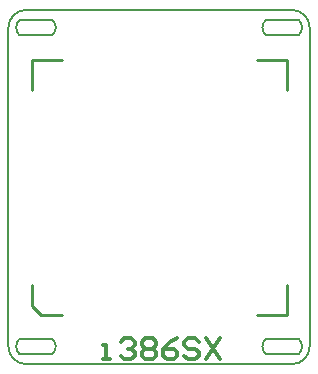
<source format=gto>
%FSLAX44Y44*%
%MOMM*%
G71*
G01*
G75*
%ADD10R,2.0000X0.2600*%
%ADD11R,0.2600X2.0000*%
%ADD12R,0.9400X1.0160*%
%ADD13R,0.9398X1.0160*%
%ADD14C,0.2000*%
%ADD15C,0.2032*%
%ADD16C,0.3000*%
%ADD17C,0.8000*%
%ADD18C,0.4000*%
%ADD19C,0.6000*%
%ADD20C,1.3160*%
G04:AMPARAMS|DCode=21|XSize=1.824mm|YSize=1.824mm|CornerRadius=0mm|HoleSize=0mm|Usage=FLASHONLY|Rotation=0.000|XOffset=0mm|YOffset=0mm|HoleType=Round|Shape=Relief|Width=0.254mm|Gap=0.254mm|Entries=4|*
%AMTHD21*
7,0,0,1.8240,1.3160,0.2540,45*
%
%ADD21THD21*%
%ADD22R,1.0160X0.9398*%
%ADD23R,1.0160X0.9400*%
%ADD24R,1.0000X3.0000*%
%ADD25R,0.3600X2.2000*%
%ADD26R,0.8890X0.9652*%
%ADD27C,1.0000*%
%ADD28C,0.4000*%
%ADD29C,0.1500*%
%ADD30C,0.1270*%
%ADD31C,0.2540*%
D16*
X80000Y4000D02*
X85998D01*
X82999D01*
Y15996D01*
X80000D01*
X94995Y18995D02*
X97994Y21994D01*
X103992D01*
X106991Y18995D01*
Y15996D01*
X103992Y12997D01*
X100993D01*
X103992D01*
X106991Y9998D01*
Y6999D01*
X103992Y4000D01*
X97994D01*
X94995Y6999D01*
X112989Y18995D02*
X115988Y21994D01*
X121986D01*
X124985Y18995D01*
Y15996D01*
X121986Y12997D01*
X124985Y9998D01*
Y6999D01*
X121986Y4000D01*
X115988D01*
X112989Y6999D01*
Y9998D01*
X115988Y12997D01*
X112989Y15996D01*
Y18995D01*
X115988Y12997D02*
X121986D01*
X142980Y21994D02*
X136981Y18995D01*
X130983Y12997D01*
Y6999D01*
X133982Y4000D01*
X139981D01*
X142980Y6999D01*
Y9998D01*
X139981Y12997D01*
X130983D01*
X160974Y18995D02*
X157975Y21994D01*
X151977D01*
X148978Y18995D01*
Y15996D01*
X151977Y12997D01*
X157975D01*
X160974Y9998D01*
Y6999D01*
X157975Y4000D01*
X151977D01*
X148978Y6999D01*
X166972Y21994D02*
X178968Y4000D01*
Y21994D02*
X166972Y4000D01*
D29*
X15000Y300000D02*
G03*
X0Y285000I0J-15000D01*
G01*
X255000D02*
G03*
X240000Y300000I-15000J0D01*
G01*
Y0D02*
G03*
X255000Y15000I0J15000D01*
G01*
X0D02*
G03*
X15000Y0I15000J0D01*
G01*
X240000D01*
X255000Y15000D02*
Y285000D01*
X15000Y300000D02*
X240000D01*
X0Y15000D02*
Y285000D01*
D30*
X245750Y278612D02*
G03*
X245750Y291388I-5999J6388D01*
G01*
X217801Y291323D02*
G03*
X217946Y278549I5694J-6323D01*
G01*
X37199Y278677D02*
G03*
X37054Y291451I-5694J6323D01*
G01*
X9250Y291388D02*
G03*
X9250Y278612I5999J-6388D01*
G01*
X245750Y8612D02*
G03*
X245750Y21388I-5999J6388D01*
G01*
X217801Y21323D02*
G03*
X217946Y8549I5694J-6323D01*
G01*
X9250Y21388D02*
G03*
X9250Y8612I5999J-6388D01*
G01*
X37199Y8677D02*
G03*
X37054Y21451I-5694J6323D01*
G01*
X217803Y291325D02*
X245753Y291386D01*
X217948Y278548D02*
X245745Y278607D01*
X9255Y291393D02*
X37052Y291452D01*
X9247Y278615D02*
X37197Y278675D01*
X217803Y21325D02*
X245753Y21386D01*
X217948Y8548D02*
X245745Y8607D01*
X9247Y8614D02*
X37197Y8675D01*
X9255Y21393D02*
X37052Y21452D01*
D31*
X20250Y49270D02*
X27870Y41650D01*
X20250Y49270D02*
Y67050D01*
X27870Y41650D02*
X45650D01*
X20250Y257550D02*
X45650D01*
X20250Y232150D02*
Y257550D01*
X236150Y232150D02*
Y257550D01*
X210750D02*
X236150D01*
Y41650D02*
Y67050D01*
X210750Y41650D02*
X236150D01*
M02*

</source>
